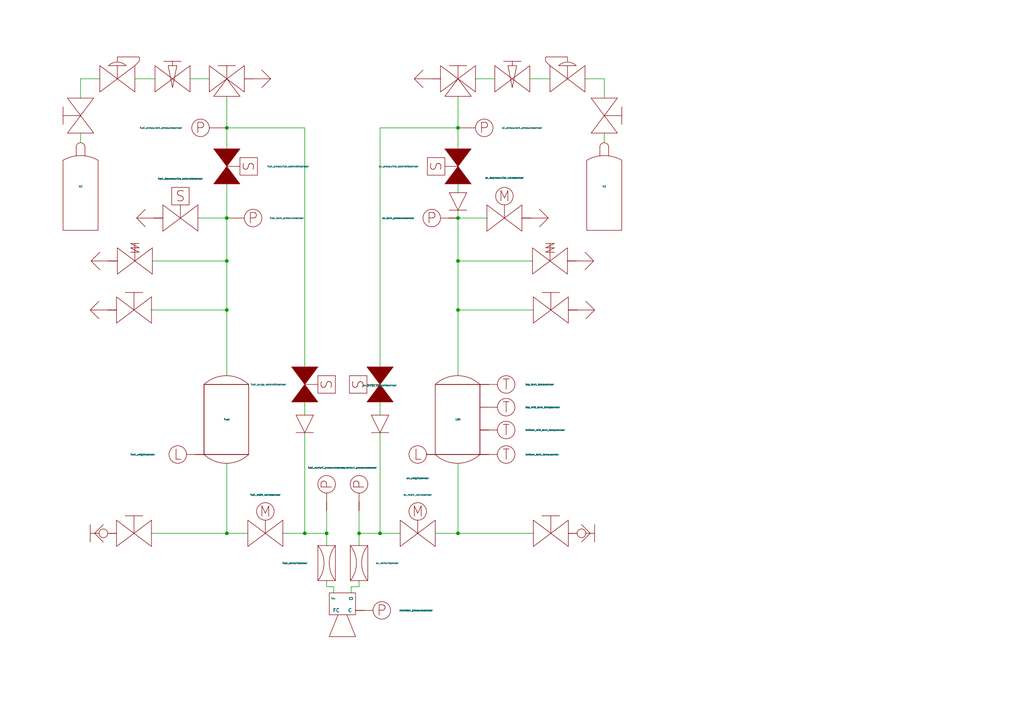
<source format=kicad_sch>
(kicad_sch (version 20231120) (generator "eeschema") (generator_version "8.0")
  (paper "A4")
  (lib_symbols
    (symbol "PnID-Lib:CheckValve" (pin_numbers hide) (pin_names (offset 1.016))
      (property "Reference" "CheckValve" (at 0 -3.302 0))
      (symbol "CheckValve_0_0"
        (polyline (pts (xy 2.54 2.54) (xy 2.54 -2.54)))
        (polyline (pts (xy -2.54 2.54) (xy -2.54 -2.54) (xy 2.54 0) (xy -2.54 2.54)))
      )
      (symbol "CheckValve_1_1"
        (pin bidirectional line (at -2.54 0 0) (length 0) (name "~") (number "~"))
        (pin bidirectional line (at 2.54 0 180) (length 0) (name "~") (number "~"))
      )
    )
    (symbol "PnID-Lib:Engine" (pin_numbers hide) (pin_names (offset 1.016))
      (property "Reference" "Engine" (at 0 -11.43 0))
      (symbol "Engine_0_0"
        (rectangle (start -3.81 2.54) (end 3.81 -3.81))
        (polyline (pts (xy -1.27 -3.81) (xy -3.81 -10.16) (xy 3.81 -10.16) (xy 1.27 -3.81)))
      )
      (symbol "Engine_1_1"
        (pin bidirectional line (at 3.81 -2.54 180) (length 0) (name "C") (number "~"))
        (pin input line (at -2.54 2.54 270) (length 0) (name "F") (number "~"))
        (pin input line (at -3.81 -2.54 0) (length 0) (name "FC") (number "~"))
        (pin input line (at 2.54 2.54 270) (length 0) (name "O") (number "~"))
      )
    )
    (symbol "PnID-Lib:GasBottle" (pin_numbers hide) (pin_names (offset 1.016))
      (property "Reference" "GasBottle" (at 0 -1.016 0))
      (symbol "GasBottle_0_0"
        (polyline (pts (xy -1.27 8.89) (xy -1.27 11.43)))
        (polyline (pts (xy 1.27 8.89) (xy 1.27 11.43)))
        (polyline (pts (xy -5.08 7.62) (xy -5.08 -12.7) (xy 5.08 -12.7) (xy 5.08 7.62)))
        (arc (start 1.27 11.43) (mid 0 12.7) (end -1.27 11.43))
        (arc (start 5.08 7.62) (mid 0 8.9691) (end -5.08 7.62))
      )
      (symbol "GasBottle_1_1"
        (pin output line (at 0 12.7 270) (length 0) (name "~") (number "~"))
      )
    )
    (symbol "PnID-Lib:PressureRegulator" (pin_numbers hide) (pin_names (offset 1.016))
      (property "Reference" "PressureRegulator" (at 0 -5.08 0))
      (property "Value" "PressureRegulator" (at 0 -6.35 0))
      (symbol "PressureRegulator_0_0"
        (polyline (pts (xy -2.54 3.81) (xy 2.54 3.81)))
        (polyline (pts (xy 0 0) (xy 0 3.81)))
        (polyline (pts (xy -5.08 3.81) (xy -6.35 5.08) (xy -6.35 6.35) (xy 0 6.35) (xy 0 5.08)))
        (arc (start 2.54 3.81) (mid 0 4.8621) (end -2.54 3.81))
      )
      (symbol "PressureRegulator_1_1"
        (polyline (pts (xy 0 0) (xy -5.08 3.81) (xy -5.08 -3.81) (xy 0 0)))
        (polyline (pts (xy 5.08 3.81) (xy 0 0) (xy 5.08 -3.81) (xy 5.08 3.81)))
        (pin bidirectional line (at -5.08 0 0) (length 0) (name "~") (number "~"))
        (pin bidirectional line (at 5.08 0 180) (length 0) (name "~") (number "~"))
      )
    )
    (symbol "PnID-Lib:QuickConnect_Half" (pin_numbers hide) (pin_names (offset 1.016))
      (property "Reference" "QuickConnect" (at 0 -5.08 0))
      (property "Value" "QuickConnect_Half" (at 0 -7.62 0))
      (symbol "QuickConnect_Half_0_0"
        (circle (center -3.81 0) (radius 1.27))
        (polyline (pts (xy -1.27 0) (xy -3.81 -2.54)))
        (polyline (pts (xy -1.27 0) (xy -2.54 0)))
        (polyline (pts (xy 0 2.54) (xy 0 -2.54)))
        (polyline (pts (xy 0 0) (xy -1.27 0) (xy -3.81 2.54)))
      )
      (symbol "QuickConnect_Half_1_1"
        (pin bidirectional line (at -7.62 0 0) (length 2.54) (name "~") (number "~"))
      )
    )
    (symbol "PnID-Lib:Sensor_Load" (pin_numbers hide) (pin_names (offset 1.016))
      (property "Reference" "Sensor_Load" (at 6.35 0.762 0))
      (property "Value" "Sensor_Load" (at 6.35 -0.762 0))
      (property "Data_Content" " " (at 0 0 0))
      (symbol "Sensor_Load_0_0"
        (polyline (pts (xy -5.08 0) (xy -2.54 0)))
        (circle (center 0 0) (radius 2.54))
        (text "L" (at 0 0 0) (effects (font (size 2.9972 2.9972))))
      )
      (symbol "Sensor_Load_1_1"
        (pin bidirectional line (at -7.62 0 0) (length 2.54) (name "~") (number "~"))
      )
    )
    (symbol "PnID-Lib:Sensor_Load_Short" (pin_numbers hide) (pin_names (offset 1.016))
      (property "Reference" "Sensor_Load_Short" (at 6.35 0.762 0))
      (property "Value" "Sensor_Load_Short" (at 6.35 -0.762 0))
      (property "Data_Content" " " (at 0 0 0))
      (symbol "Sensor_Load_Short_0_0"
        (circle (center 0 0) (radius 2.54))
        (text "L" (at 0 0 0) (effects (font (size 2.9972 2.9972))))
      )
      (symbol "Sensor_Load_Short_1_1"
        (pin bidirectional line (at -5.08 0 0) (length 2.54) (name "~") (number "~"))
      )
    )
    (symbol "PnID-Lib:Sensor_Pressure" (pin_numbers hide) (pin_names (offset 1.016))
      (property "Reference" "Sensor_Pressure" (at 6.35 0.762 0))
      (property "Value" "Sensor_Pressure" (at 6.35 -0.762 0))
      (property "Data_Content" " " (at 0 0 0))
      (symbol "Sensor_Pressure_0_0"
        (polyline (pts (xy -5.08 0) (xy -2.54 0)))
        (circle (center 0 0) (radius 2.54))
        (text "P" (at 0 0 0) (effects (font (size 2.9972 2.9972))))
      )
      (symbol "Sensor_Pressure_1_1"
        (pin bidirectional line (at -7.62 0 0) (length 2.54) (name "~") (number "~"))
      )
    )
    (symbol "PnID-Lib:Sensor_Temperature" (pin_numbers hide) (pin_names (offset 1.016))
      (property "Reference" "Sensor_Temperature" (at 7.112 0.762 0))
      (property "Value" "Sensor_Temperature" (at 7.112 -0.762 0))
      (symbol "Sensor_Temperature_0_0"
        (polyline (pts (xy -5.08 0) (xy -2.54 0)))
        (text "T" (at 0 0 0) (effects (font (size 2.9972 2.9972))))
      )
      (symbol "Sensor_Temperature_0_1"
        (circle (center 0 0) (radius 2.54))
      )
      (symbol "Sensor_Temperature_1_1"
        (pin bidirectional line (at -7.62 0 0) (length 2.54) (name "~") (number "~"))
      )
    )
    (symbol "PnID-Lib:Tank_Slim" (pin_numbers hide) (pin_names (offset 1.016))
      (property "Reference" "Tank_Slim" (at 0 1.27 0))
      (property "Value" "Tank_Slim" (at 0 -1.27 0))
      (symbol "Tank_Slim_0_0"
        (polyline (pts (xy 6.35 10.16) (xy 6.35 -10.16)))
      )
      (symbol "Tank_Slim_0_1"
        (rectangle (start -6.604 -10.16) (end 6.35 10.16))
        (polyline (pts (xy -6.604 10.16) (xy -6.604 -10.16)))
        (polyline (pts (xy -6.35 -10.16) (xy 6.35 -10.16)))
        (polyline (pts (xy -6.35 10.16) (xy 6.35 10.16)))
        (arc (start 6.35 10.16) (mid -0.127 12.7008) (end -6.604 10.16))
      )
      (symbol "Tank_Slim_1_1"
        (arc (start -6.604 -10.16) (mid -0.127 -12.7008) (end 6.35 -10.16))
        (pin bidirectional line (at 0 -12.7 90) (length 0) (name "~") (number "~"))
        (pin bidirectional line (at 0 12.7 270) (length 0) (name "~") (number "~"))
      )
    )
    (symbol "PnID-Lib:Valve_Manual" (pin_numbers hide) (pin_names (offset 1.016))
      (property "Reference" "Valve_Manual" (at 0 -5.08 0))
      (symbol "Valve_Manual_0_0"
        (polyline (pts (xy -2.54 5.08) (xy 2.54 5.08)))
        (polyline (pts (xy 0 0) (xy 0 5.08)))
      )
      (symbol "Valve_Manual_1_1"
        (polyline (pts (xy 0 0) (xy -5.08 3.81) (xy -5.08 -3.81) (xy 0 0)))
        (polyline (pts (xy 5.08 3.81) (xy 0 0) (xy 5.08 -3.81) (xy 5.08 3.81)))
        (pin bidirectional line (at -5.08 0 0) (length 0) (name "~") (number "~"))
        (pin bidirectional line (at 5.08 0 180) (length 0) (name "~") (number "~"))
      )
    )
    (symbol "PnID-Lib:Valve_Manual_3Way" (pin_names (offset 1.016))
      (property "Reference" "U" (at 0 19.558 0))
      (property "Value" "Valve_Manual_3Way" (at 0 17.272 0))
      (symbol "Valve_Manual_3Way_1_1"
        (polyline (pts (xy -2.54 10.922) (xy 2.54 10.922)))
        (polyline (pts (xy 0 7.112) (xy 0 10.922)))
        (polyline (pts (xy 0 7.112) (xy -5.08 10.922) (xy -5.08 3.302) (xy 0 7.112)))
        (polyline (pts (xy 3.81 2.032) (xy 0 7.112) (xy -3.81 2.032) (xy 3.81 2.032)))
        (polyline (pts (xy 5.08 10.922) (xy 0 7.112) (xy 5.08 3.302) (xy 5.08 10.922)))
        (pin bidirectional line (at -5.08 7.112 0) (length 0) (name "~") (number "~"))
        (pin bidirectional line (at 0 2.032 90) (length 0) (name "~") (number "~"))
        (pin bidirectional line (at 5.08 7.112 180) (length 0) (name "~") (number "~"))
      )
    )
    (symbol "PnID-Lib:Valve_Needle" (pin_numbers hide) (pin_names (offset 1.016))
      (property "Reference" "Valve_Needle" (at 0 -5.08 0))
      (symbol "Valve_Needle_0_0"
        (polyline (pts (xy -2.54 5.08) (xy 2.54 5.08)))
        (polyline (pts (xy 0 3.81) (xy 0 5.08)))
        (polyline (pts (xy 0 -2.54) (xy -1.27 3.81) (xy 1.27 3.81) (xy 0 -2.54)))
      )
      (symbol "Valve_Needle_1_1"
        (polyline (pts (xy 0 0) (xy -5.08 3.81) (xy -5.08 -3.81) (xy 0 0)))
        (polyline (pts (xy 5.08 3.81) (xy 0 0) (xy 5.08 -3.81) (xy 5.08 3.81)))
        (pin bidirectional line (at -5.08 0 0) (length 0) (name "~") (number "~"))
        (pin bidirectional line (at 5.08 0 180) (length 0) (name "~") (number "~"))
      )
    )
    (symbol "PnID-Lib:Valve_OverPressure" (pin_numbers hide) (pin_names (offset 1.016))
      (property "Reference" "Valve_OverPressure" (at 0 -4.572 0))
      (symbol "Valve_OverPressure_0_0"
        (polyline (pts (xy 0 0) (xy 0 5.08)))
        (polyline (pts (xy -1.27 2.54) (xy 1.27 2.54) (xy -1.27 3.81) (xy 1.27 3.81) (xy -1.27 5.08) (xy 1.27 5.08)))
      )
      (symbol "Valve_OverPressure_1_1"
        (polyline (pts (xy 0 0) (xy -5.08 3.81) (xy -5.08 -3.81) (xy 0 0)))
        (polyline (pts (xy 5.08 3.81) (xy 0 0) (xy 5.08 -3.81) (xy 5.08 3.81)))
        (pin bidirectional line (at -5.08 0 0) (length 0) (name "~") (number "~"))
        (pin bidirectional line (at 5.08 0 180) (length 0) (name "~") (number "~"))
      )
    )
    (symbol "PnID-Lib:Valve_Servo" (pin_numbers hide) (pin_names (offset 1.016))
      (property "Reference" "Valve_Servo" (at 0 -4.064 0))
      (property "Value" "Valve_Servo" (at 0 -5.334 0))
      (symbol "Valve_Servo_0_0"
        (polyline (pts (xy 0 0) (xy 0 3.81)))
        (circle (center 0 6.35) (radius 2.54))
        (text "M" (at 0 6.35 0) (effects (font (size 2.9972 2.9972))))
      )
      (symbol "Valve_Servo_0_1"
        (polyline (pts (xy 0 0) (xy -5.08 3.81) (xy -5.08 -3.81) (xy 0 0)))
      )
      (symbol "Valve_Servo_1_1"
        (polyline (pts (xy 5.08 3.81) (xy 0 0) (xy 5.08 -3.81) (xy 5.08 3.81)))
        (pin bidirectional line (at -5.08 0 0) (length 0) (name "~") (number "~"))
        (pin bidirectional line (at 5.08 0 180) (length 0) (name "~") (number "~"))
      )
    )
    (symbol "PnID-Lib:Valve_Solenoid_NC" (pin_numbers hide) (pin_names (offset 1.016))
      (property "Reference" "Valve_Solenoid" (at 0.254 -4.318 0))
      (property "Value" "Valve_Solenoid_NC" (at 0.254 -5.588 0))
      (symbol "Valve_Solenoid_NC_0_0"
        (rectangle (start -2.54 3.81) (end 2.54 8.89))
        (text "S" (at 0 6.35 0) (effects (font (size 2.9972 2.9972))))
      )
      (symbol "Valve_Solenoid_NC_0_1"
        (polyline (pts (xy 0 3.81) (xy 0 0)))
      )
      (symbol "Valve_Solenoid_NC_1_1"
        (polyline (pts (xy 0 0) (xy -5.08 3.81) (xy -5.08 -3.81) (xy 0 0)) (fill (type outline)))
        (polyline (pts (xy 5.08 3.81) (xy 0 0) (xy 5.08 -3.81) (xy 5.08 3.81)) (fill (type outline)))
        (pin bidirectional line (at -5.08 0 0) (length 0) (name "~") (number "~"))
        (pin bidirectional line (at 5.08 0 180) (length 0) (name "~") (number "~"))
      )
    )
    (symbol "PnID-Lib:Valve_Solenoid_NO" (pin_numbers hide) (pin_names (offset 1.016))
      (property "Reference" "Valve_Solenoid" (at 0.254 -4.318 0))
      (property "Value" "Valve_Solenoid_NO" (at 0.254 -5.588 0))
      (symbol "Valve_Solenoid_NO_0_0"
        (rectangle (start -2.54 3.81) (end 2.54 8.89))
        (text "S" (at 0 6.35 0) (effects (font (size 2.9972 2.9972))))
      )
      (symbol "Valve_Solenoid_NO_0_1"
        (polyline (pts (xy 0 3.81) (xy 0 0)))
      )
      (symbol "Valve_Solenoid_NO_1_1"
        (polyline (pts (xy 0 0) (xy -5.08 3.81) (xy -5.08 -3.81) (xy 0 0)))
        (polyline (pts (xy 5.08 3.81) (xy 0 0) (xy 5.08 -3.81) (xy 5.08 3.81)))
        (pin bidirectional line (at -5.08 0 0) (length 0) (name "~") (number "~"))
        (pin bidirectional line (at 5.08 0 180) (length 0) (name "~") (number "~"))
      )
    )
    (symbol "PnID-Lib:Vent" (pin_numbers hide) (pin_names (offset 1.016))
      (property "Reference" "Vent" (at 2.54 1.27 0))
      (symbol "Vent_0_0"
        (polyline (pts (xy 0 0) (xy -5.08 0)))
        (polyline (pts (xy -2.54 2.54) (xy 0 0) (xy -2.54 -2.54)))
      )
      (symbol "Vent_1_1"
        (pin bidirectional line (at -7.62 0 0) (length 2.54) (name "~") (number "~"))
      )
    )
    (symbol "PnID-Lib:Venturi" (pin_numbers hide) (pin_names (offset 1.016))
      (property "Reference" "Venturi" (at 0 -5.08 0))
      (symbol "Venturi_0_0"
        (rectangle (start -5.08 2.54) (end 5.08 -2.54))
        (arc (start -5.08 2.54) (mid 0 0.758) (end 5.08 2.54))
        (arc (start 5.08 -2.54) (mid 0 -0.758) (end -5.08 -2.54))
      )
      (symbol "Venturi_1_1"
        (pin bidirectional line (at -5.08 0 0) (length 0) (name "~") (number "~"))
        (pin bidirectional line (at 5.08 0 180) (length 0) (name "~") (number "~"))
      )
    )
  )
  (junction (at 65.786 37.084))
  (junction (at 132.842 154.686))
  (junction (at 132.842 37.084))
  (junction (at 132.842 63.246))
  (junction (at 65.786 89.916))
  (junction (at 65.786 63.246))
  (junction (at 104.14 154.686))
  (junction (at 94.742 154.686))
  (junction (at 110.236 154.686))
  (junction (at 65.786 75.692))
  (junction (at 132.842 75.692))
  (junction (at 65.786 154.686))
  (junction (at 88.392 154.686))
  (junction (at 132.842 89.916))
  (wire (pts (xy 175.26 41.402) (xy 175.26 38.608)))
  (wire (pts (xy 132.842 53.34) (xy 132.842 55.88)))
  (wire (pts (xy 132.842 37.084) (xy 132.842 43.18)))
  (wire (pts (xy 44.196 75.692) (xy 65.786 75.692)))
  (wire (pts (xy 175.26 22.86) (xy 175.26 28.448)))
  (wire (pts (xy 132.842 27.94) (xy 132.842 37.084)))
  (wire (pts (xy 104.14 170.18) (xy 101.854 170.18)))
  (wire (pts (xy 60.706 22.86) (xy 55.118 22.86)))
  (wire (pts (xy 43.942 89.916) (xy 65.786 89.916)))
  (wire (pts (xy 154.686 89.916) (xy 132.842 89.916)))
  (wire (pts (xy 104.14 154.686) (xy 104.14 158.242)))
  (wire (pts (xy 137.922 22.86) (xy 143.51 22.86)))
  (wire (pts (xy 132.842 63.246) (xy 132.842 60.96)))
  (wire (pts (xy 132.842 134.366) (xy 132.842 154.686)))
  (wire (pts (xy 23.368 22.86) (xy 23.368 28.448)))
  (wire (pts (xy 132.842 89.916) (xy 132.842 108.966)))
  (wire (pts (xy 65.786 53.34) (xy 65.786 63.246)))
  (wire (pts (xy 104.14 154.686) (xy 110.236 154.686)))
  (wire (pts (xy 94.742 154.686) (xy 94.742 148.082)))
  (wire (pts (xy 28.956 22.86) (xy 23.368 22.86)))
  (wire (pts (xy 132.842 154.686) (xy 154.686 154.686)))
  (wire (pts (xy 65.786 134.366) (xy 65.786 154.686)))
  (wire (pts (xy 65.786 27.94) (xy 65.786 37.084)))
  (wire (pts (xy 65.786 37.084) (xy 88.392 37.084)))
  (wire (pts (xy 65.786 75.692) (xy 65.786 89.916)))
  (wire (pts (xy 104.14 154.686) (xy 104.14 148.082)))
  (wire (pts (xy 57.404 63.246) (xy 65.786 63.246)))
  (wire (pts (xy 65.786 63.246) (xy 65.786 75.692)))
  (wire (pts (xy 44.958 22.86) (xy 39.116 22.86)))
  (wire (pts (xy 94.742 158.242) (xy 94.742 154.686)))
  (wire (pts (xy 110.236 125.476) (xy 110.236 154.686)))
  (wire (pts (xy 65.786 89.916) (xy 65.786 108.966)))
  (wire (pts (xy 132.842 75.692) (xy 132.842 63.246)))
  (wire (pts (xy 104.14 168.402) (xy 104.14 170.18)))
  (wire (pts (xy 94.742 170.18) (xy 94.742 168.402)))
  (wire (pts (xy 126.238 154.686) (xy 132.842 154.686)))
  (wire (pts (xy 154.432 75.692) (xy 132.842 75.692)))
  (wire (pts (xy 132.842 89.916) (xy 132.842 75.692)))
  (wire (pts (xy 96.774 170.18) (xy 96.774 171.958)))
  (wire (pts (xy 110.236 37.084) (xy 132.842 37.084)))
  (wire (pts (xy 88.392 154.686) (xy 94.742 154.686)))
  (wire (pts (xy 65.786 154.686) (xy 71.882 154.686)))
  (wire (pts (xy 169.672 22.86) (xy 175.26 22.86)))
  (wire (pts (xy 88.392 116.586) (xy 88.392 120.396)))
  (wire (pts (xy 110.236 154.686) (xy 116.078 154.686)))
  (wire (pts (xy 88.392 125.476) (xy 88.392 154.686)))
  (wire (pts (xy 101.854 170.18) (xy 101.854 171.958)))
  (wire (pts (xy 82.042 154.686) (xy 88.392 154.686)))
  (wire (pts (xy 141.224 63.246) (xy 132.842 63.246)))
  (wire (pts (xy 88.392 37.084) (xy 88.392 106.426)))
  (wire (pts (xy 43.942 154.686) (xy 65.786 154.686)))
  (wire (pts (xy 65.786 37.084) (xy 65.786 43.18)))
  (wire (pts (xy 23.368 41.402) (xy 23.368 38.608)))
  (wire (pts (xy 110.236 37.084) (xy 110.236 106.426)))
  (wire (pts (xy 94.742 170.18) (xy 96.774 170.18)))
  (wire (pts (xy 110.236 120.396) (xy 110.236 116.586)))
  (wire (pts (xy 159.512 22.86) (xy 153.67 22.86)))
  (symbol (lib_id "PnID-Lib:GasBottle") (at 23.368 54.102 0) (unit 1)
    (property "Reference" "N2" (at 23.368 54.102 0) (effects (font (size 0.508 0.508))))
    (property "Value" "N2" (effects (hide yes)))
  )
  (symbol (lib_id "PnID-Lib:Sensor_Pressure") (at 140.462 37.084 0) (unit 1)
    (property "Reference" "ox_pressurant_pressure:sensor" (effects (hide yes)))
    (property "Value" "ox_pressurant_pressure:sensor" (at 145.542 37.084 0) (effects (font (size 0.508 0.508)) (justify left)))
    (property "Unit" "bar" (effects (hide yes)))
    (property "Action_Reference" " " (effects (hide yes)))
    (property "Data_Content" " " (effects (hide yes)))
  )
  (symbol (lib_id "PnID-Lib:Sensor_Pressure") (at 58.166 37.084 180) (unit 1)
    (property "Reference" "fuel_pressurant_pressure" (effects (hide yes)))
    (property "Value" "fuel_pressurant_pressure:sensor" (at 52.832 37.084 0) (effects (font (size 0.508 0.508)) (justify left)))
    (property "Unit" "bar" (effects (hide yes)))
    (property "Action_Reference" " " (effects (hide yes)))
    (property "Data_Content" " " (effects (hide yes)))
  )
  (symbol (lib_name "PnID-Lib:Valve_Solenoid_NC") (lib_id "PnID-Lib:Valve_Solenoid_NC") (at 132.842 48.26 90) (mirror x) (unit 1)
    (property "Reference" "ox_pressurize_solenoid" (effects (hide yes)))
    (property "Value" "ox_pressurize_solenoid:sensor" (at 121.412 48.26 90) (effects (font (size 0.508 0.508)) (justify left)))
    (property "Unit" "%" (effects (hide yes)))
    (property "Action_Reference" " " (effects (hide yes)))
  )
  (symbol (lib_name "PnID-Lib:Valve_Solenoid_NC") (lib_id "PnID-Lib:Valve_Solenoid_NC") (at 65.786 48.26 270) (mirror x) (unit 1)
    (property "Reference" "fuel_pressurize_solenoid" (effects (hide yes)))
    (property "Value" "fuel_pressurize_solenoid:sensor" (at 77.47 48.26 90) (effects (font (size 0.508 0.508)) (justify left)))
    (property "Unit" "%" (effects (hide yes)))
    (property "Action_Reference" " " (effects (hide yes)))
  )
  (symbol (lib_name "PnID-Lib:Valve_Solenoid_NC") (lib_id "PnID-Lib:Valve_Solenoid_NC") (at 110.236 111.506 90) (unit 1)
    (property "Reference" "ox_purge_solenoid" (effects (hide yes)))
    (property "Value" "ox_purge_solenoid:sensor" (at 115.062 111.76 90) (effects (font (size 0.508 0.508)) (justify left)))
    (property "Unit" "%" (effects (hide yes)))
    (property "Action_Reference" " " (effects (hide yes)))
  )
  (symbol (lib_name "PnID-Lib:Valve_Solenoid_NC") (lib_id "PnID-Lib:Valve_Solenoid_NC") (at 88.392 111.506 270) (mirror x) (unit 1)
    (property "Reference" "fuel_purge_solenoid" (effects (hide yes)))
    (property "Value" "fuel_purge_solenoid:sensor" (at 83.058 111.506 90) (effects (font (size 0.508 0.508)) (justify right)))
    (property "Unit" "%" (effects (hide yes)))
    (property "Action_Reference" " " (effects (hide yes)))
  )
  (symbol (lib_name "PnID-Lib:CheckValve") (lib_id "PnID-Lib:CheckValve") (at 132.842 58.42 270) (unit 1)
    (property "Reference" "CheckValve?" (effects (hide yes)))
    (property "Value" "CheckValve" (effects (hide yes)))
  )
  (symbol (lib_name "PnID-Lib:Tank_Slim") (lib_id "PnID-Lib:Tank_Slim") (at 132.842 121.666 0) (unit 1)
    (property "Reference" "LOX" (at 132.842 121.666 0) (effects (font (size 0.508 0.508))))
    (property "Value" "lox_tank" (effects (hide yes)))
    (property "Unit" "%" (effects (hide yes)))
    (property "Action_Reference" " " (effects (hide yes)))
    (property "Data_Content" " " (effects (hide yes)))
  )
  (symbol (lib_name "PnID-Lib:Tank_Slim") (lib_id "PnID-Lib:Tank_Slim") (at 65.786 121.666 0) (unit 1)
    (property "Reference" "Fuel" (at 65.786 121.666 0) (effects (font (size 0.508 0.508))))
    (property "Value" "fuel_tank" (effects (hide yes)))
    (property "Unit" "%" (effects (hide yes)))
    (property "Action_Reference" " " (effects (hide yes)))
    (property "Data_Content" " " (effects (hide yes)))
  )
  (symbol (lib_name "PnID-Lib:Engine") (lib_id "PnID-Lib:Engine") (at 99.314 174.498 0) (unit 1)
    (property "Reference" "engine" (effects (hide yes)))
    (property "Value" "engine" (effects (hide yes)))
    (property "Action_Reference" " " (effects (hide yes)))
  )
  (symbol (lib_name "PnID-Lib:CheckValve") (lib_id "PnID-Lib:CheckValve") (at 88.392 122.936 270) (unit 1)
    (property "Reference" "CheckValve?" (effects (hide yes)))
    (property "Value" "CheckValve" (effects (hide yes)))
  )
  (symbol (lib_name "PnID-Lib:CheckValve") (lib_id "PnID-Lib:CheckValve") (at 110.236 122.936 270) (unit 1)
    (property "Reference" "CheckValve?" (effects (hide yes)))
    (property "Value" "CheckValve" (effects (hide yes)))
  )
  (symbol (lib_id "PnID-Lib:Sensor_Pressure") (at 94.742 140.462 90) (unit 1)
    (property "Reference" "fuel_venturi_pressure" (effects (hide yes)))
    (property "Value" "fuel_venturi_pressure:sensor" (at 94.742 135.636 90) (effects (font (size 0.508 0.508))))
    (property "Unit" "bar" (effects (hide yes)))
    (property "Action_Reference" " " (effects (hide yes)))
    (property "Data_Content" " " (effects (hide yes)))
  )
  (symbol (lib_id "PnID-Lib:Sensor_Pressure") (at 104.14 140.462 90) (unit 1)
    (property "Reference" "ox_venturi_pressure" (effects (hide yes)))
    (property "Value" "ox_venturi_pressure:sensor" (at 104.14 135.636 90) (effects (font (size 0.508 0.508))))
    (property "Unit" "bar" (effects (hide yes)))
    (property "Action_Reference" " " (effects (hide yes)))
    (property "Data_Content" " " (effects (hide yes)))
  )
  (symbol (lib_id "PnID-Lib:Sensor_Pressure") (at 110.744 177.038 0) (unit 1)
    (property "Reference" "chamber_pressure" (effects (hide yes)))
    (property "Value" "chamber_pressure:sensor" (at 115.824 177.038 0) (effects (font (size 0.508 0.508)) (justify left)))
    (property "Unit" "bar" (effects (hide yes)))
    (property "Action_Reference" " " (effects (hide yes)))
    (property "Data_Content" " " (at 108.0008 181.4322 0))
  )
  (symbol (lib_id "PnID-Lib:Sensor_Temperature") (at 146.812 111.506 0) (mirror x) (unit 1)
    (property "Reference" "top_tank_temp" (effects (hide yes)))
    (property "Value" "top_tank_temp:sensor" (at 152.4 111.506 0) (effects (font (size 0.508 0.508)) (justify left)))
    (property "Unit" "˚C" (effects (hide yes)))
    (property "Action_Reference" " " (effects (hide yes)))
  )
  (symbol (lib_name "PnID-Lib:Valve_Manual") (lib_id "PnID-Lib:Valve_Manual") (at 159.766 154.686 0) (unit 1)
    (property "Reference" "ox_manual_tanking_valve" (effects (hide yes)))
    (property "Value" "ox_manual_tanking_valve" (effects (hide yes)))
    (property "Action_Reference" " " (effects (hide yes)))
  )
  (symbol (lib_id "PnID-Lib:QuickConnect_Half") (at 172.466 154.686 0) (unit 1)
    (property "Reference" "ox_quick_connect" (effects (hide yes)))
    (property "Value" "ox_quick_connect" (effects (hide yes)))
  )
  (symbol (lib_id "PnID-Lib:Vent") (at 120.142 22.86 180) (unit 1)
    (property "Reference" "Vent?" (effects (hide yes)))
    (property "Value" "Vent" (effects (hide yes)))
  )
  (symbol (lib_id "PnID-Lib:Vent") (at 78.486 22.86 0) (unit 1)
    (property "Reference" "Vent?" (effects (hide yes)))
    (property "Value" "Vent" (effects (hide yes)))
  )
  (symbol (lib_name "PnID-Lib:Venturi") (lib_id "PnID-Lib:Venturi") (at 104.14 163.322 270) (unit 1)
    (property "Reference" "ox_venturi" (effects (hide yes)))
    (property "Value" "ox_venturi:sensor" (at 108.966 163.322 90) (effects (font (size 0.508 0.508)) (justify left)))
    (property "Unit" "%" (effects (hide yes)))
  )
  (symbol (lib_name "PnID-Lib:Venturi") (lib_id "PnID-Lib:Venturi") (at 94.742 163.322 270) (unit 1)
    (property "Reference" "fuel_venturi" (effects (hide yes)))
    (property "Value" "fuel_venturi:sensor" (at 89.154 163.322 90) (effects (font (size 0.508 0.508)) (justify right)))
    (property "Unit" "%" (effects (hide yes)))
  )
  (symbol (lib_name "PnID-Lib:Valve_Manual") (lib_id "PnID-Lib:Valve_Manual") (at 23.368 33.528 90) (unit 1)
    (property "Reference" "fuel_manual_valve" (effects (hide yes)))
    (property "Value" "fuel_manual_valve" (effects (hide yes)))
    (property "Action_Reference" " " (effects (hide yes)))
  )
  (symbol (lib_name "PnID-Lib:PressureRegulator") (lib_id "PnID-Lib:PressureRegulator") (at 34.036 22.86 0) (mirror y) (unit 1)
    (property "Reference" "fuel_pressure_regulator" (effects (hide yes)))
    (property "Value" "fuel_pressure_regulator" (effects (hide yes)))
  )
  (symbol (lib_name "PnID-Lib:Valve_Needle") (lib_id "PnID-Lib:Valve_Needle") (at 50.038 22.86 0) (unit 1)
    (property "Reference" "fuel_needle_valve" (effects (hide yes)))
    (property "Value" "fuel_needle_valve" (effects (hide yes)))
    (property "Action_Reference" " " (effects (hide yes)))
  )
  (symbol (lib_name "PnID-Lib:Valve_Manual_3Way") (lib_id "PnID-Lib:Valve_Manual_3Way") (at 65.786 29.972 0) (unit 1)
    (property "Reference" "fuel_manual_3way" (effects (hide yes)))
    (property "Value" "fuel_manual_3way" (effects (hide yes)))
  )
  (symbol (lib_name "PnID-Lib:Valve_OverPressure") (lib_id "PnID-Lib:Valve_OverPressure") (at 39.116 75.692 0) (unit 1)
    (property "Reference" "fuel_safety_valve" (effects (hide yes)))
    (property "Value" "fuel_safety_valve" (effects (hide yes)))
    (property "Action_Reference" " " (effects (hide yes)))
  )
  (symbol (lib_name "PnID-Lib:Valve_Solenoid_NO") (lib_id "PnID-Lib:Valve_Solenoid_NO") (at 52.324 63.246 0) (unit 1)
    (property "Reference" "fuel_depressurize_solenoid" (effects (hide yes)))
    (property "Value" "fuel_depressurize_solenoid:sensor" (at 52.324 51.816 0) (effects (font (size 0.508 0.508))))
    (property "Unit" "%" (effects (hide yes)))
    (property "Action_Reference" " " (effects (hide yes)))
  )
  (symbol (lib_name "PnID-Lib:Valve_Manual") (lib_id "PnID-Lib:Valve_Manual") (at 38.862 154.686 0) (unit 1)
    (property "Reference" "fuel_manual_tanking_valve" (effects (hide yes)))
    (property "Value" "fuel_manual_tanking_valve" (effects (hide yes)))
    (property "Action_Reference" " " (effects (hide yes)))
  )
  (symbol (lib_id "PnID-Lib:QuickConnect_Half") (at 26.162 154.686 180) (unit 1)
    (property "Reference" "fuel_quick_connect" (effects (hide yes)))
    (property "Value" "fuel_quick_connect" (effects (hide yes)))
  )
  (symbol (lib_name "PnID-Lib:Valve_Manual") (lib_id "PnID-Lib:Valve_Manual") (at 38.862 89.916 0) (unit 1)
    (property "Reference" "fuel_manual_vent_valve" (effects (hide yes)))
    (property "Value" "fuel_manual_vent_valve" (effects (hide yes)))
    (property "Action_Reference" " " (effects (hide yes)))
  )
  (symbol (lib_id "PnID-Lib:Vent") (at 39.624 63.246 180) (unit 1)
    (property "Reference" "Vent?" (effects (hide yes)))
    (property "Value" "Vent" (effects (hide yes)))
  )
  (symbol (lib_id "PnID-Lib:Vent") (at 26.416 75.692 180) (unit 1)
    (property "Reference" "Vent?" (effects (hide yes)))
    (property "Value" "Vent" (effects (hide yes)))
  )
  (symbol (lib_id "PnID-Lib:Vent") (at 26.162 89.916 180) (unit 1)
    (property "Reference" "Vent?" (effects (hide yes)))
    (property "Value" "Vent" (effects (hide yes)))
  )
  (symbol (lib_name "PnID-Lib:Valve_Servo") (lib_id "PnID-Lib:Valve_Servo") (at 76.962 154.686 0) (unit 1)
    (property "Reference" "fuel_main_valve" (effects (hide yes)))
    (property "Value" "fuel_main_valve:sensor" (at 76.962 143.51 0) (effects (font (size 0.508 0.508))))
    (property "Unit" "%" (effects (hide yes)))
    (property "Action_Reference" " " (effects (hide yes)))
  )
  (symbol (lib_name "PnID-Lib:Valve_OverPressure") (lib_id "PnID-Lib:Valve_OverPressure") (at 159.512 75.692 0) (mirror y) (unit 1)
    (property "Reference" "ox_safety_valve" (effects (hide yes)))
    (property "Value" "ox_safety_valve" (effects (hide yes)))
    (property "Action_Reference" " " (effects (hide yes)))
  )
  (symbol (lib_name "PnID-Lib:Valve_Servo") (lib_id "PnID-Lib:Valve_Servo") (at 146.304 63.246 0) (mirror y) (unit 1)
    (property "Reference" "ox_depressurize_valve" (effects (hide yes)))
    (property "Value" "ox_depressurize_valve:sensor" (at 146.304 51.562 0) (effects (font (size 0.508 0.508))))
    (property "Unit" "%" (effects (hide yes)))
    (property "Action_Reference" " " (effects (hide yes)))
  )
  (symbol (lib_name "PnID-Lib:Valve_Manual") (lib_id "PnID-Lib:Valve_Manual") (at 159.766 89.916 0) (mirror y) (unit 1)
    (property "Reference" "ox_manual_vent_valve" (effects (hide yes)))
    (property "Value" "ox_manual_vent_valve" (effects (hide yes)))
    (property "Action_Reference" " " (effects (hide yes)))
  )
  (symbol (lib_id "PnID-Lib:Vent") (at 159.004 63.246 0) (mirror x) (unit 1)
    (property "Reference" "Vent?" (effects (hide yes)))
    (property "Value" "Vent" (effects (hide yes)))
  )
  (symbol (lib_id "PnID-Lib:Vent") (at 172.212 75.692 0) (mirror x) (unit 1)
    (property "Reference" "Vent?" (effects (hide yes)))
    (property "Value" "Vent" (effects (hide yes)))
  )
  (symbol (lib_id "PnID-Lib:Vent") (at 172.466 89.916 0) (mirror x) (unit 1)
    (property "Reference" "Vent?" (effects (hide yes)))
    (property "Value" "Vent" (effects (hide yes)))
  )
  (symbol (lib_id "PnID-Lib:Sensor_Pressure") (at 73.406 63.246 0) (unit 1)
    (property "Reference" "fuel_tank_pressure" (effects (hide yes)))
    (property "Value" "fuel_tank_pressure:sensor" (at 78.232 63.246 0) (effects (font (size 0.508 0.508)) (justify left)))
    (property "Unit" "bar" (effects (hide yes)))
    (property "Action_Reference" " " (effects (hide yes)))
    (property "Data_Content" " " (effects (hide yes)))
  )
  (symbol (lib_id "PnID-Lib:Sensor_Pressure") (at 125.222 63.246 180) (unit 1)
    (property "Reference" "ox_tank_pressure" (effects (hide yes)))
    (property "Value" "ox_tank_pressure:sensor" (at 120.142 63.246 0) (effects (font (size 0.508 0.508)) (justify left)))
    (property "Unit" "bar" (effects (hide yes)))
    (property "Action_Reference" " " (effects (hide yes)))
    (property "Data_Content" " " (effects (hide yes)))
  )
  (symbol (lib_name "PnID-Lib:PressureRegulator") (lib_id "PnID-Lib:PressureRegulator") (at 164.592 22.86 0) (unit 1)
    (property "Reference" "ox_pressure_regulator" (effects (hide yes)))
    (property "Value" "ox_pressure_regulator" (effects (hide yes)))
  )
  (symbol (lib_name "PnID-Lib:Valve_Needle") (lib_id "PnID-Lib:Valve_Needle") (at 148.59 22.86 0) (mirror y) (unit 1)
    (property "Reference" "ox_needle_valve" (effects (hide yes)))
    (property "Value" "ox_needle_valve" (effects (hide yes)))
    (property "Action_Reference" " " (effects (hide yes)))
  )
  (symbol (lib_id "PnID-Lib:GasBottle") (at 175.26 54.102 0) (mirror y) (unit 1)
    (property "Reference" "N2" (at 175.26 54.102 0) (effects (font (size 0.508 0.508))))
    (property "Value" "N2" (effects (hide yes)))
  )
  (symbol (lib_name "PnID-Lib:Valve_Manual") (lib_id "PnID-Lib:Valve_Manual") (at 175.26 33.528 270) (mirror x) (unit 1)
    (property "Reference" "ox_manual_valve" (effects (hide yes)))
    (property "Value" "ox_manual_valve" (effects (hide yes)))
    (property "Action_Reference" " " (effects (hide yes)))
  )
  (symbol (lib_name "PnID-Lib:Valve_Manual_3Way") (lib_id "PnID-Lib:Valve_Manual_3Way") (at 132.842 29.972 0) (unit 1)
    (property "Reference" "fuel_manual_3way?" (effects (hide yes)))
    (property "Value" "fuel_manual_3way" (effects (hide yes)))
  )
  (symbol (lib_name "PnID-Lib:Valve_Servo") (lib_id "PnID-Lib:Valve_Servo") (at 121.158 154.686 0) (unit 1)
    (property "Reference" "ox_main_valve" (effects (hide yes)))
    (property "Value" "ox_main_valve:sensor" (at 121.158 143.51 0) (effects (font (size 0.508 0.508))))
    (property "Unit" "%" (effects (hide yes)))
    (property "Action_Reference" " " (effects (hide yes)))
  )
  (symbol (lib_id "PnID-Lib:Sensor_Temperature") (at 146.812 118.11 0) (mirror x) (unit 1)
    (property "Reference" "top_mid_tank_temp" (effects (hide yes)))
    (property "Value" "top_mid_tank_temp:sensor" (at 152.4 118.11 0) (effects (font (size 0.508 0.508)) (justify left)))
    (property "Unit" "˚C" (effects (hide yes)))
    (property "Action_Reference" " " (effects (hide yes)))
  )
  (symbol (lib_id "PnID-Lib:Sensor_Temperature") (at 146.812 124.714 0) (mirror x) (unit 1)
    (property "Reference" "bottom_mid_tank_temp" (effects (hide yes)))
    (property "Value" "bottom_mid_tank_temp:sensor" (at 152.4 124.714 0) (effects (font (size 0.508 0.508)) (justify left)))
    (property "Unit" "˚C" (effects (hide yes)))
    (property "Action_Reference" " " (effects (hide yes)))
  )
  (symbol (lib_id "PnID-Lib:Sensor_Temperature") (at 146.812 131.826 0) (mirror x) (unit 1)
    (property "Reference" "bottom_tank_temp" (effects (hide yes)))
    (property "Value" "bottom_tank_temp:sensor" (at 152.4 131.826 0) (effects (font (size 0.508 0.508)) (justify left)))
    (property "Unit" "˚C" (effects (hide yes)))
    (property "Action_Reference" " " (effects (hide yes)))
  )
  (symbol (lib_id "PnID-Lib:Sensor_Load") (at 51.562 131.826 0) (mirror y) (unit 1)
    (property "Reference" "fuel_weight" (effects (hide yes)))
    (property "Value" "fuel_weight:sensor" (at 41.402 131.826 0) (effects (font (size 0.508 0.508))))
    (property "Unit" "kg" (effects (hide yes)))
    (property "Action_Reference" " " (effects (hide yes)))
    (property "Data_Content" " " (at 54.3052 127.4318 0))
  )
  (symbol (lib_id "PnID-Lib:Sensor_Load_Short") (at 121.158 131.826 0) (mirror y) (unit 1)
    (property "Reference" "ox_weight" (effects (hide yes)))
    (property "Value" "ox_weight:sensor" (at 121.158 138.684 0) (effects (font (size 0.508 0.508))))
    (property "Unit" "kg" (effects (hide yes)))
    (property "Action_Reference" " " (effects (hide yes)))
    (property "Data_Content" " " (at 122.6312 127.4318 0))
  )
)
</source>
